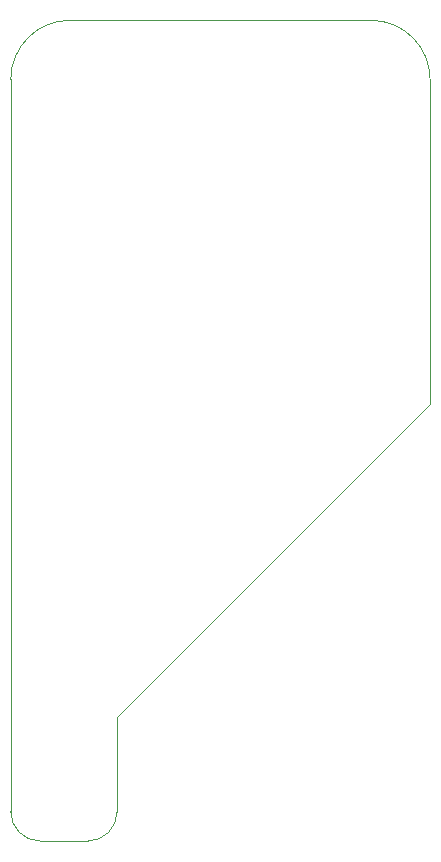
<source format=gbr>
G04 #@! TF.GenerationSoftware,KiCad,Pcbnew,5.1.5*
G04 #@! TF.CreationDate,2020-03-28T16:17:50-05:00*
G04 #@! TF.ProjectId,CavemanDAC,43617665-6d61-46e4-9441-432e6b696361,rev?*
G04 #@! TF.SameCoordinates,Original*
G04 #@! TF.FileFunction,Profile,NP*
%FSLAX46Y46*%
G04 Gerber Fmt 4.6, Leading zero omitted, Abs format (unit mm)*
G04 Created by KiCad (PCBNEW 5.1.5) date 2020-03-28 16:17:50*
%MOMM*%
%LPD*%
G04 APERTURE LIST*
%ADD10C,0.050000*%
G04 APERTURE END LIST*
D10*
X111000000Y-162000000D02*
G75*
G02X108500000Y-164500000I-2500000J0D01*
G01*
X104500000Y-164500000D02*
G75*
G02X102000000Y-162000000I0J2500000D01*
G01*
X102000000Y-100000000D02*
G75*
G02X107000000Y-95000000I5000000J0D01*
G01*
X132500000Y-95000000D02*
G75*
G02X137500000Y-100000000I0J-5000000D01*
G01*
X132500000Y-95000000D02*
X107000000Y-95000000D01*
X137500000Y-127500000D02*
X137500000Y-100000000D01*
X111000000Y-154000000D02*
X137500000Y-127500000D01*
X111000000Y-162000000D02*
X111000000Y-154000000D01*
X104500000Y-164500000D02*
X108500000Y-164500000D01*
X102000000Y-100000000D02*
X102000000Y-162000000D01*
M02*

</source>
